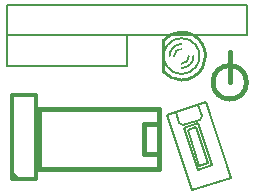
<source format=gto>
G04 (created by PCBNEW (2013-07-07 BZR 4022)-stable) date 15/01/2015 15:50:08*
%MOIN*%
G04 Gerber Fmt 3.4, Leading zero omitted, Abs format*
%FSLAX34Y34*%
G01*
G70*
G90*
G04 APERTURE LIST*
%ADD10C,0.00590551*%
%ADD11C,0.015*%
%ADD12C,0.012*%
%ADD13C,0.01*%
%ADD14C,0.006*%
G04 APERTURE END LIST*
G54D10*
X50180Y-25000D02*
X50180Y-25500D01*
X46180Y-25500D02*
X50180Y-25500D01*
X50180Y-25000D02*
X50180Y-24500D01*
X50180Y-24500D02*
X42180Y-24500D01*
X42180Y-24500D02*
X42180Y-24550D01*
X46180Y-25500D02*
X42180Y-25500D01*
X42180Y-24525D02*
X42180Y-26525D01*
X42180Y-26525D02*
X46180Y-26525D01*
X46180Y-26525D02*
X46180Y-25525D01*
G54D11*
X47250Y-29450D02*
X46750Y-29450D01*
X46750Y-29450D02*
X46750Y-28450D01*
X46750Y-28450D02*
X47250Y-28450D01*
X47250Y-29950D02*
X43250Y-29950D01*
X43250Y-29950D02*
X43250Y-27950D01*
X43250Y-27950D02*
X47250Y-27950D01*
X47250Y-27950D02*
X47250Y-29950D01*
G54D12*
X42350Y-30300D02*
X42350Y-27500D01*
X42350Y-27500D02*
X43150Y-27500D01*
X43150Y-27500D02*
X43150Y-30300D01*
X43150Y-30300D02*
X42350Y-30300D01*
X42550Y-30300D02*
X42350Y-30100D01*
G54D11*
X49606Y-27074D02*
X49606Y-26074D01*
X50165Y-27074D02*
G75*
G03X50165Y-27074I-559J0D01*
G74*
G01*
G54D13*
X47380Y-25700D02*
X47380Y-26700D01*
G54D14*
X48460Y-26584D02*
G75*
G03X48600Y-26200I-460J384D01*
G74*
G01*
X48599Y-26200D02*
G75*
G03X48448Y-25802I-599J0D01*
G74*
G01*
X47400Y-26200D02*
G75*
G03X47544Y-26589I599J0D01*
G74*
G01*
X47539Y-25815D02*
G75*
G03X47400Y-26200I460J-384D01*
G74*
G01*
X47512Y-26549D02*
G75*
G03X48000Y-26800I487J349D01*
G74*
G01*
X48000Y-26800D02*
G75*
G03X48479Y-26560I0J600D01*
G74*
G01*
X48000Y-25600D02*
G75*
G03X47527Y-25831I0J-599D01*
G74*
G01*
X48473Y-25831D02*
G75*
G03X48000Y-25600I-473J-368D01*
G74*
G01*
X48000Y-26450D02*
G75*
G03X48250Y-26200I0J250D01*
G74*
G01*
X48000Y-26600D02*
G75*
G03X48400Y-26200I0J400D01*
G74*
G01*
X48000Y-25950D02*
G75*
G03X47750Y-26200I0J-250D01*
G74*
G01*
X48000Y-25800D02*
G75*
G03X47600Y-26200I0J-400D01*
G74*
G01*
G54D13*
X47386Y-26713D02*
G75*
G03X48000Y-27000I613J513D01*
G74*
G01*
X48000Y-26999D02*
G75*
G03X48704Y-26576I0J799D01*
G74*
G01*
X47998Y-25401D02*
G75*
G03X47389Y-25684I1J-798D01*
G74*
G01*
X48694Y-25802D02*
G75*
G03X48000Y-25400I-694J-397D01*
G74*
G01*
X48704Y-26579D02*
G75*
G03X48800Y-26200I-704J379D01*
G74*
G01*
X48799Y-26200D02*
G75*
G03X48681Y-25781I-799J0D01*
G74*
G01*
G54D10*
X48139Y-28468D02*
X48045Y-28498D01*
X48548Y-27817D02*
X48670Y-28192D01*
X48670Y-28192D02*
X48607Y-28316D01*
X48607Y-28316D02*
X48139Y-28468D01*
X48045Y-28498D02*
X47921Y-28435D01*
X47921Y-28435D02*
X47799Y-28061D01*
X48480Y-28564D02*
X48199Y-28655D01*
X48199Y-28655D02*
X48595Y-29872D01*
X48595Y-29872D02*
X48876Y-29781D01*
X48876Y-29781D02*
X48480Y-28564D01*
X48543Y-28440D02*
X48075Y-28592D01*
X48075Y-28592D02*
X48532Y-29996D01*
X48532Y-29996D02*
X49000Y-29844D01*
X49000Y-29844D02*
X48543Y-28440D01*
X48829Y-27726D02*
X47518Y-28152D01*
X47518Y-28152D02*
X48340Y-30679D01*
X48340Y-30679D02*
X49650Y-30253D01*
X49650Y-30253D02*
X48829Y-27726D01*
M02*

</source>
